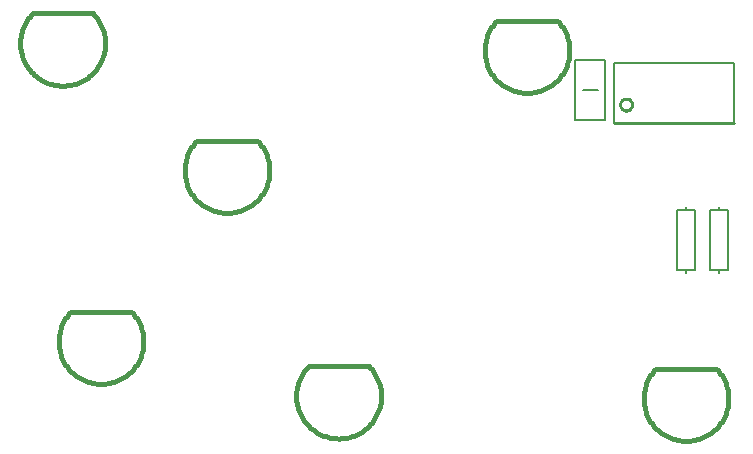
<source format=gto>
G75*
G70*
%OFA0B0*%
%FSLAX24Y24*%
%IPPOS*%
%LPD*%
%AMOC8*
5,1,8,0,0,1.08239X$1,22.5*
%
%ADD10C,0.0100*%
%ADD11C,0.0080*%
%ADD12C,0.0150*%
D10*
X020562Y011062D02*
X024562Y011062D01*
X020762Y011662D02*
X020764Y011690D01*
X020770Y011717D01*
X020779Y011743D01*
X020792Y011768D01*
X020809Y011791D01*
X020828Y011811D01*
X020850Y011828D01*
X020874Y011842D01*
X020900Y011852D01*
X020927Y011859D01*
X020955Y011862D01*
X020983Y011861D01*
X021010Y011856D01*
X021037Y011847D01*
X021062Y011835D01*
X021085Y011820D01*
X021106Y011801D01*
X021124Y011780D01*
X021139Y011756D01*
X021150Y011730D01*
X021158Y011704D01*
X021162Y011676D01*
X021162Y011648D01*
X021158Y011620D01*
X021150Y011594D01*
X021139Y011568D01*
X021124Y011544D01*
X021106Y011523D01*
X021085Y011504D01*
X021062Y011489D01*
X021037Y011477D01*
X021010Y011468D01*
X020983Y011463D01*
X020955Y011462D01*
X020927Y011465D01*
X020900Y011472D01*
X020874Y011482D01*
X020850Y011496D01*
X020828Y011513D01*
X020809Y011533D01*
X020792Y011556D01*
X020779Y011581D01*
X020770Y011607D01*
X020764Y011634D01*
X020762Y011662D01*
D11*
X020262Y011162D02*
X019262Y011162D01*
X019262Y013162D01*
X020262Y013162D01*
X020262Y011162D01*
X020562Y011062D02*
X020562Y013062D01*
X024562Y013062D01*
X024562Y011062D01*
X024062Y008262D02*
X024062Y008162D01*
X024362Y008162D01*
X024362Y006162D01*
X024062Y006162D01*
X024062Y006062D01*
X024062Y006162D02*
X023762Y006162D01*
X023762Y008162D01*
X024062Y008162D01*
X023262Y008162D02*
X022962Y008162D01*
X022962Y008262D01*
X022962Y008162D02*
X022662Y008162D01*
X022662Y006162D01*
X022962Y006162D01*
X022962Y006062D01*
X022962Y006162D02*
X023262Y006162D01*
X023262Y008162D01*
X020012Y012162D02*
X019512Y012162D01*
D12*
X004462Y004762D02*
X004513Y004708D01*
X004561Y004652D01*
X004606Y004593D01*
X004648Y004532D01*
X004687Y004469D01*
X004722Y004404D01*
X004754Y004337D01*
X004782Y004269D01*
X004807Y004199D01*
X004828Y004128D01*
X004845Y004056D01*
X004859Y003983D01*
X004868Y003910D01*
X004874Y003836D01*
X004876Y003762D01*
X004874Y003688D01*
X004868Y003614D01*
X004859Y003541D01*
X004845Y003468D01*
X004828Y003396D01*
X004807Y003325D01*
X004782Y003255D01*
X004754Y003187D01*
X004722Y003120D01*
X004687Y003055D01*
X004648Y002992D01*
X004606Y002931D01*
X004561Y002872D01*
X004513Y002816D01*
X004462Y002762D01*
X004408Y002711D01*
X004352Y002663D01*
X004293Y002618D01*
X004232Y002576D01*
X004169Y002537D01*
X004104Y002502D01*
X004037Y002470D01*
X003969Y002442D01*
X003899Y002417D01*
X003828Y002396D01*
X003756Y002379D01*
X003683Y002365D01*
X003610Y002356D01*
X003536Y002350D01*
X003462Y002348D01*
X003388Y002350D01*
X003314Y002356D01*
X003241Y002365D01*
X003168Y002379D01*
X003096Y002396D01*
X003025Y002417D01*
X002955Y002442D01*
X002887Y002470D01*
X002820Y002502D01*
X002755Y002537D01*
X002692Y002576D01*
X002631Y002618D01*
X002572Y002663D01*
X002516Y002711D01*
X002462Y002762D01*
X002411Y002816D01*
X002363Y002872D01*
X002318Y002931D01*
X002276Y002992D01*
X002237Y003055D01*
X002202Y003120D01*
X002170Y003187D01*
X002142Y003255D01*
X002117Y003325D01*
X002096Y003396D01*
X002079Y003468D01*
X002065Y003541D01*
X002056Y003614D01*
X002050Y003688D01*
X002048Y003762D01*
X002050Y003836D01*
X002056Y003910D01*
X002065Y003983D01*
X002079Y004056D01*
X002096Y004128D01*
X002117Y004199D01*
X002142Y004269D01*
X002170Y004337D01*
X002202Y004404D01*
X002237Y004469D01*
X002276Y004532D01*
X002318Y004593D01*
X002363Y004652D01*
X002411Y004708D01*
X002462Y004762D01*
X004462Y004762D01*
X010382Y002942D02*
X012382Y002942D01*
X012433Y002888D01*
X012481Y002832D01*
X012526Y002773D01*
X012568Y002712D01*
X012607Y002649D01*
X012642Y002584D01*
X012674Y002517D01*
X012702Y002449D01*
X012727Y002379D01*
X012748Y002308D01*
X012765Y002236D01*
X012779Y002163D01*
X012788Y002090D01*
X012794Y002016D01*
X012796Y001942D01*
X012794Y001868D01*
X012788Y001794D01*
X012779Y001721D01*
X012765Y001648D01*
X012748Y001576D01*
X012727Y001505D01*
X012702Y001435D01*
X012674Y001367D01*
X012642Y001300D01*
X012607Y001235D01*
X012568Y001172D01*
X012526Y001111D01*
X012481Y001052D01*
X012433Y000996D01*
X012382Y000942D01*
X012328Y000891D01*
X012272Y000843D01*
X012213Y000798D01*
X012152Y000756D01*
X012089Y000717D01*
X012024Y000682D01*
X011957Y000650D01*
X011889Y000622D01*
X011819Y000597D01*
X011748Y000576D01*
X011676Y000559D01*
X011603Y000545D01*
X011530Y000536D01*
X011456Y000530D01*
X011382Y000528D01*
X011308Y000530D01*
X011234Y000536D01*
X011161Y000545D01*
X011088Y000559D01*
X011016Y000576D01*
X010945Y000597D01*
X010875Y000622D01*
X010807Y000650D01*
X010740Y000682D01*
X010675Y000717D01*
X010612Y000756D01*
X010551Y000798D01*
X010492Y000843D01*
X010436Y000891D01*
X010382Y000942D01*
X010331Y000996D01*
X010283Y001052D01*
X010238Y001111D01*
X010196Y001172D01*
X010157Y001235D01*
X010122Y001300D01*
X010090Y001367D01*
X010062Y001435D01*
X010037Y001505D01*
X010016Y001576D01*
X009999Y001648D01*
X009985Y001721D01*
X009976Y001794D01*
X009970Y001868D01*
X009968Y001942D01*
X009970Y002016D01*
X009976Y002090D01*
X009985Y002163D01*
X009999Y002236D01*
X010016Y002308D01*
X010037Y002379D01*
X010062Y002449D01*
X010090Y002517D01*
X010122Y002584D01*
X010157Y002649D01*
X010196Y002712D01*
X010238Y002773D01*
X010283Y002832D01*
X010331Y002888D01*
X010382Y002942D01*
X008662Y010462D02*
X008713Y010408D01*
X008761Y010352D01*
X008806Y010293D01*
X008848Y010232D01*
X008887Y010169D01*
X008922Y010104D01*
X008954Y010037D01*
X008982Y009969D01*
X009007Y009899D01*
X009028Y009828D01*
X009045Y009756D01*
X009059Y009683D01*
X009068Y009610D01*
X009074Y009536D01*
X009076Y009462D01*
X009074Y009388D01*
X009068Y009314D01*
X009059Y009241D01*
X009045Y009168D01*
X009028Y009096D01*
X009007Y009025D01*
X008982Y008955D01*
X008954Y008887D01*
X008922Y008820D01*
X008887Y008755D01*
X008848Y008692D01*
X008806Y008631D01*
X008761Y008572D01*
X008713Y008516D01*
X008662Y008462D01*
X008608Y008411D01*
X008552Y008363D01*
X008493Y008318D01*
X008432Y008276D01*
X008369Y008237D01*
X008304Y008202D01*
X008237Y008170D01*
X008169Y008142D01*
X008099Y008117D01*
X008028Y008096D01*
X007956Y008079D01*
X007883Y008065D01*
X007810Y008056D01*
X007736Y008050D01*
X007662Y008048D01*
X007588Y008050D01*
X007514Y008056D01*
X007441Y008065D01*
X007368Y008079D01*
X007296Y008096D01*
X007225Y008117D01*
X007155Y008142D01*
X007087Y008170D01*
X007020Y008202D01*
X006955Y008237D01*
X006892Y008276D01*
X006831Y008318D01*
X006772Y008363D01*
X006716Y008411D01*
X006662Y008462D01*
X006611Y008516D01*
X006563Y008572D01*
X006518Y008631D01*
X006476Y008692D01*
X006437Y008755D01*
X006402Y008820D01*
X006370Y008887D01*
X006342Y008955D01*
X006317Y009025D01*
X006296Y009096D01*
X006279Y009168D01*
X006265Y009241D01*
X006256Y009314D01*
X006250Y009388D01*
X006248Y009462D01*
X006250Y009536D01*
X006256Y009610D01*
X006265Y009683D01*
X006279Y009756D01*
X006296Y009828D01*
X006317Y009899D01*
X006342Y009969D01*
X006370Y010037D01*
X006402Y010104D01*
X006437Y010169D01*
X006476Y010232D01*
X006518Y010293D01*
X006563Y010352D01*
X006611Y010408D01*
X006662Y010462D01*
X008662Y010462D01*
X003182Y014702D02*
X003233Y014648D01*
X003281Y014592D01*
X003326Y014533D01*
X003368Y014472D01*
X003407Y014409D01*
X003442Y014344D01*
X003474Y014277D01*
X003502Y014209D01*
X003527Y014139D01*
X003548Y014068D01*
X003565Y013996D01*
X003579Y013923D01*
X003588Y013850D01*
X003594Y013776D01*
X003596Y013702D01*
X003594Y013628D01*
X003588Y013554D01*
X003579Y013481D01*
X003565Y013408D01*
X003548Y013336D01*
X003527Y013265D01*
X003502Y013195D01*
X003474Y013127D01*
X003442Y013060D01*
X003407Y012995D01*
X003368Y012932D01*
X003326Y012871D01*
X003281Y012812D01*
X003233Y012756D01*
X003182Y012702D01*
X003128Y012651D01*
X003072Y012603D01*
X003013Y012558D01*
X002952Y012516D01*
X002889Y012477D01*
X002824Y012442D01*
X002757Y012410D01*
X002689Y012382D01*
X002619Y012357D01*
X002548Y012336D01*
X002476Y012319D01*
X002403Y012305D01*
X002330Y012296D01*
X002256Y012290D01*
X002182Y012288D01*
X002108Y012290D01*
X002034Y012296D01*
X001961Y012305D01*
X001888Y012319D01*
X001816Y012336D01*
X001745Y012357D01*
X001675Y012382D01*
X001607Y012410D01*
X001540Y012442D01*
X001475Y012477D01*
X001412Y012516D01*
X001351Y012558D01*
X001292Y012603D01*
X001236Y012651D01*
X001182Y012702D01*
X001131Y012756D01*
X001083Y012812D01*
X001038Y012871D01*
X000996Y012932D01*
X000957Y012995D01*
X000922Y013060D01*
X000890Y013127D01*
X000862Y013195D01*
X000837Y013265D01*
X000816Y013336D01*
X000799Y013408D01*
X000785Y013481D01*
X000776Y013554D01*
X000770Y013628D01*
X000768Y013702D01*
X000770Y013776D01*
X000776Y013850D01*
X000785Y013923D01*
X000799Y013996D01*
X000816Y014068D01*
X000837Y014139D01*
X000862Y014209D01*
X000890Y014277D01*
X000922Y014344D01*
X000957Y014409D01*
X000996Y014472D01*
X001038Y014533D01*
X001083Y014592D01*
X001131Y014648D01*
X001182Y014702D01*
X003182Y014702D01*
X016662Y014462D02*
X018662Y014462D01*
X018713Y014408D01*
X018761Y014352D01*
X018806Y014293D01*
X018848Y014232D01*
X018887Y014169D01*
X018922Y014104D01*
X018954Y014037D01*
X018982Y013969D01*
X019007Y013899D01*
X019028Y013828D01*
X019045Y013756D01*
X019059Y013683D01*
X019068Y013610D01*
X019074Y013536D01*
X019076Y013462D01*
X019074Y013388D01*
X019068Y013314D01*
X019059Y013241D01*
X019045Y013168D01*
X019028Y013096D01*
X019007Y013025D01*
X018982Y012955D01*
X018954Y012887D01*
X018922Y012820D01*
X018887Y012755D01*
X018848Y012692D01*
X018806Y012631D01*
X018761Y012572D01*
X018713Y012516D01*
X018662Y012462D01*
X018608Y012411D01*
X018552Y012363D01*
X018493Y012318D01*
X018432Y012276D01*
X018369Y012237D01*
X018304Y012202D01*
X018237Y012170D01*
X018169Y012142D01*
X018099Y012117D01*
X018028Y012096D01*
X017956Y012079D01*
X017883Y012065D01*
X017810Y012056D01*
X017736Y012050D01*
X017662Y012048D01*
X017588Y012050D01*
X017514Y012056D01*
X017441Y012065D01*
X017368Y012079D01*
X017296Y012096D01*
X017225Y012117D01*
X017155Y012142D01*
X017087Y012170D01*
X017020Y012202D01*
X016955Y012237D01*
X016892Y012276D01*
X016831Y012318D01*
X016772Y012363D01*
X016716Y012411D01*
X016662Y012462D01*
X016611Y012516D01*
X016563Y012572D01*
X016518Y012631D01*
X016476Y012692D01*
X016437Y012755D01*
X016402Y012820D01*
X016370Y012887D01*
X016342Y012955D01*
X016317Y013025D01*
X016296Y013096D01*
X016279Y013168D01*
X016265Y013241D01*
X016256Y013314D01*
X016250Y013388D01*
X016248Y013462D01*
X016250Y013536D01*
X016256Y013610D01*
X016265Y013683D01*
X016279Y013756D01*
X016296Y013828D01*
X016317Y013899D01*
X016342Y013969D01*
X016370Y014037D01*
X016402Y014104D01*
X016437Y014169D01*
X016476Y014232D01*
X016518Y014293D01*
X016563Y014352D01*
X016611Y014408D01*
X016662Y014462D01*
X021962Y002862D02*
X023962Y002862D01*
X024013Y002808D01*
X024061Y002752D01*
X024106Y002693D01*
X024148Y002632D01*
X024187Y002569D01*
X024222Y002504D01*
X024254Y002437D01*
X024282Y002369D01*
X024307Y002299D01*
X024328Y002228D01*
X024345Y002156D01*
X024359Y002083D01*
X024368Y002010D01*
X024374Y001936D01*
X024376Y001862D01*
X024374Y001788D01*
X024368Y001714D01*
X024359Y001641D01*
X024345Y001568D01*
X024328Y001496D01*
X024307Y001425D01*
X024282Y001355D01*
X024254Y001287D01*
X024222Y001220D01*
X024187Y001155D01*
X024148Y001092D01*
X024106Y001031D01*
X024061Y000972D01*
X024013Y000916D01*
X023962Y000862D01*
X023908Y000811D01*
X023852Y000763D01*
X023793Y000718D01*
X023732Y000676D01*
X023669Y000637D01*
X023604Y000602D01*
X023537Y000570D01*
X023469Y000542D01*
X023399Y000517D01*
X023328Y000496D01*
X023256Y000479D01*
X023183Y000465D01*
X023110Y000456D01*
X023036Y000450D01*
X022962Y000448D01*
X022888Y000450D01*
X022814Y000456D01*
X022741Y000465D01*
X022668Y000479D01*
X022596Y000496D01*
X022525Y000517D01*
X022455Y000542D01*
X022387Y000570D01*
X022320Y000602D01*
X022255Y000637D01*
X022192Y000676D01*
X022131Y000718D01*
X022072Y000763D01*
X022016Y000811D01*
X021962Y000862D01*
X021911Y000916D01*
X021863Y000972D01*
X021818Y001031D01*
X021776Y001092D01*
X021737Y001155D01*
X021702Y001220D01*
X021670Y001287D01*
X021642Y001355D01*
X021617Y001425D01*
X021596Y001496D01*
X021579Y001568D01*
X021565Y001641D01*
X021556Y001714D01*
X021550Y001788D01*
X021548Y001862D01*
X021550Y001936D01*
X021556Y002010D01*
X021565Y002083D01*
X021579Y002156D01*
X021596Y002228D01*
X021617Y002299D01*
X021642Y002369D01*
X021670Y002437D01*
X021702Y002504D01*
X021737Y002569D01*
X021776Y002632D01*
X021818Y002693D01*
X021863Y002752D01*
X021911Y002808D01*
X021962Y002862D01*
M02*

</source>
